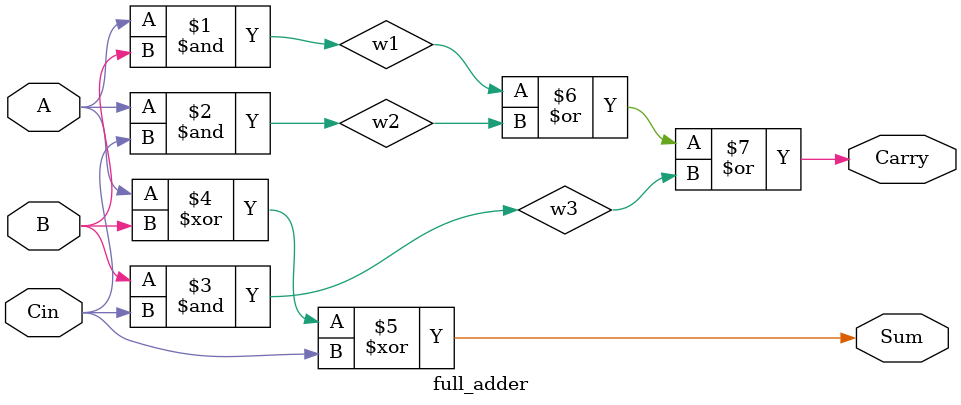
<source format=v>
`timescale 1ns / 1ps


module full_adder(input A,
                  input B,
                  input Cin,
                  output Sum,
                  output Carry
    );
    
    wire w1, w2, w3;
    
    assign w1 = A & B;
    assign w2 = A & Cin;
    assign w3 = B & Cin;
    
    assign Sum = A ^ B ^ Cin;
    assign Carry = w1 | w2 | w3;
    
endmodule

</source>
